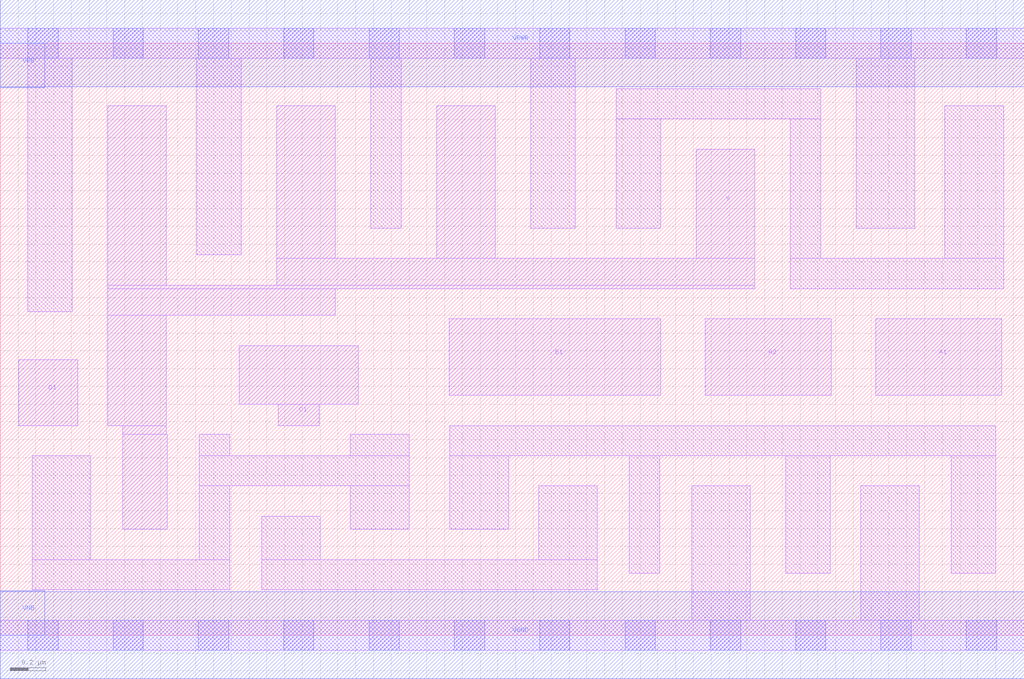
<source format=lef>
# Copyright 2020 The SkyWater PDK Authors
#
# Licensed under the Apache License, Version 2.0 (the "License");
# you may not use this file except in compliance with the License.
# You may obtain a copy of the License at
#
#     https://www.apache.org/licenses/LICENSE-2.0
#
# Unless required by applicable law or agreed to in writing, software
# distributed under the License is distributed on an "AS IS" BASIS,
# WITHOUT WARRANTIES OR CONDITIONS OF ANY KIND, either express or implied.
# See the License for the specific language governing permissions and
# limitations under the License.
#
# SPDX-License-Identifier: Apache-2.0

VERSION 5.5 ;
NAMESCASESENSITIVE ON ;
BUSBITCHARS "[]" ;
DIVIDERCHAR "/" ;
MACRO sky130_fd_sc_ms__o2111ai_2
  CLASS CORE ;
  SOURCE USER ;
  ORIGIN  0.000000  0.000000 ;
  SIZE  5.760000 BY  3.330000 ;
  SYMMETRY X Y ;
  SITE unit ;
  PIN A1
    ANTENNAGATEAREA  0.558000 ;
    DIRECTION INPUT ;
    USE SIGNAL ;
    PORT
      LAYER li1 ;
        RECT 4.925000 1.350000 5.635000 1.780000 ;
    END
  END A1
  PIN A2
    ANTENNAGATEAREA  0.558000 ;
    DIRECTION INPUT ;
    USE SIGNAL ;
    PORT
      LAYER li1 ;
        RECT 3.965000 1.350000 4.675000 1.780000 ;
    END
  END A2
  PIN B1
    ANTENNAGATEAREA  0.558000 ;
    DIRECTION INPUT ;
    USE SIGNAL ;
    PORT
      LAYER li1 ;
        RECT 2.525000 1.350000 3.715000 1.780000 ;
    END
  END B1
  PIN C1
    ANTENNAGATEAREA  0.558000 ;
    DIRECTION INPUT ;
    USE SIGNAL ;
    PORT
      LAYER li1 ;
        RECT 1.345000 1.300000 2.015000 1.630000 ;
        RECT 1.565000 1.180000 1.795000 1.300000 ;
    END
  END C1
  PIN D1
    ANTENNAGATEAREA  0.558000 ;
    DIRECTION INPUT ;
    USE SIGNAL ;
    PORT
      LAYER li1 ;
        RECT 0.105000 1.180000 0.435000 1.550000 ;
    END
  END D1
  PIN Y
    ANTENNADIFFAREA  1.551200 ;
    DIRECTION OUTPUT ;
    USE SIGNAL ;
    PORT
      LAYER li1 ;
        RECT 0.605000 1.180000 0.935000 1.800000 ;
        RECT 0.605000 1.800000 1.885000 1.950000 ;
        RECT 0.605000 1.950000 4.245000 1.970000 ;
        RECT 0.605000 1.970000 0.935000 2.980000 ;
        RECT 0.690000 0.595000 0.940000 1.130000 ;
        RECT 0.690000 1.130000 0.935000 1.180000 ;
        RECT 1.555000 1.970000 4.245000 2.120000 ;
        RECT 1.555000 2.120000 1.885000 2.980000 ;
        RECT 2.455000 2.120000 2.785000 2.980000 ;
        RECT 3.915000 2.120000 4.245000 2.735000 ;
    END
  END Y
  PIN VGND
    DIRECTION INOUT ;
    USE GROUND ;
    PORT
      LAYER met1 ;
        RECT 0.000000 -0.245000 5.760000 0.245000 ;
    END
  END VGND
  PIN VNB
    DIRECTION INOUT ;
    USE GROUND ;
    PORT
      LAYER met1 ;
        RECT 0.000000 0.000000 0.250000 0.250000 ;
    END
  END VNB
  PIN VPB
    DIRECTION INOUT ;
    USE POWER ;
    PORT
      LAYER met1 ;
        RECT 0.000000 3.080000 0.250000 3.330000 ;
    END
  END VPB
  PIN VPWR
    DIRECTION INOUT ;
    USE POWER ;
    PORT
      LAYER met1 ;
        RECT 0.000000 3.085000 5.760000 3.575000 ;
    END
  END VPWR
  OBS
    LAYER li1 ;
      RECT 0.000000 -0.085000 5.760000 0.085000 ;
      RECT 0.000000  3.245000 5.760000 3.415000 ;
      RECT 0.155000  1.820000 0.405000 3.245000 ;
      RECT 0.180000  0.255000 1.290000 0.425000 ;
      RECT 0.180000  0.425000 0.510000 1.010000 ;
      RECT 1.105000  2.140000 1.355000 3.245000 ;
      RECT 1.120000  0.425000 1.290000 0.840000 ;
      RECT 1.120000  0.840000 2.300000 1.010000 ;
      RECT 1.120000  1.010000 1.290000 1.130000 ;
      RECT 1.470000  0.255000 3.360000 0.425000 ;
      RECT 1.470000  0.425000 1.800000 0.670000 ;
      RECT 1.970000  0.595000 2.300000 0.840000 ;
      RECT 1.970000  1.010000 2.300000 1.130000 ;
      RECT 2.085000  2.290000 2.255000 3.245000 ;
      RECT 2.530000  0.595000 2.860000 1.010000 ;
      RECT 2.530000  1.010000 5.600000 1.180000 ;
      RECT 2.985000  2.290000 3.235000 3.245000 ;
      RECT 3.030000  0.425000 3.360000 0.840000 ;
      RECT 3.465000  2.290000 3.715000 2.905000 ;
      RECT 3.465000  2.905000 4.615000 3.075000 ;
      RECT 3.540000  0.350000 3.710000 1.010000 ;
      RECT 3.890000  0.085000 4.220000 0.840000 ;
      RECT 4.420000  0.350000 4.670000 1.010000 ;
      RECT 4.445000  1.950000 5.645000 2.120000 ;
      RECT 4.445000  2.120000 4.615000 2.905000 ;
      RECT 4.815000  2.290000 5.145000 3.245000 ;
      RECT 4.840000  0.085000 5.170000 0.840000 ;
      RECT 5.315000  2.120000 5.645000 2.980000 ;
      RECT 5.350000  0.350000 5.600000 1.010000 ;
    LAYER mcon ;
      RECT 0.155000 -0.085000 0.325000 0.085000 ;
      RECT 0.155000  3.245000 0.325000 3.415000 ;
      RECT 0.635000 -0.085000 0.805000 0.085000 ;
      RECT 0.635000  3.245000 0.805000 3.415000 ;
      RECT 1.115000 -0.085000 1.285000 0.085000 ;
      RECT 1.115000  3.245000 1.285000 3.415000 ;
      RECT 1.595000 -0.085000 1.765000 0.085000 ;
      RECT 1.595000  3.245000 1.765000 3.415000 ;
      RECT 2.075000 -0.085000 2.245000 0.085000 ;
      RECT 2.075000  3.245000 2.245000 3.415000 ;
      RECT 2.555000 -0.085000 2.725000 0.085000 ;
      RECT 2.555000  3.245000 2.725000 3.415000 ;
      RECT 3.035000 -0.085000 3.205000 0.085000 ;
      RECT 3.035000  3.245000 3.205000 3.415000 ;
      RECT 3.515000 -0.085000 3.685000 0.085000 ;
      RECT 3.515000  3.245000 3.685000 3.415000 ;
      RECT 3.995000 -0.085000 4.165000 0.085000 ;
      RECT 3.995000  3.245000 4.165000 3.415000 ;
      RECT 4.475000 -0.085000 4.645000 0.085000 ;
      RECT 4.475000  3.245000 4.645000 3.415000 ;
      RECT 4.955000 -0.085000 5.125000 0.085000 ;
      RECT 4.955000  3.245000 5.125000 3.415000 ;
      RECT 5.435000 -0.085000 5.605000 0.085000 ;
      RECT 5.435000  3.245000 5.605000 3.415000 ;
  END
END sky130_fd_sc_ms__o2111ai_2

</source>
